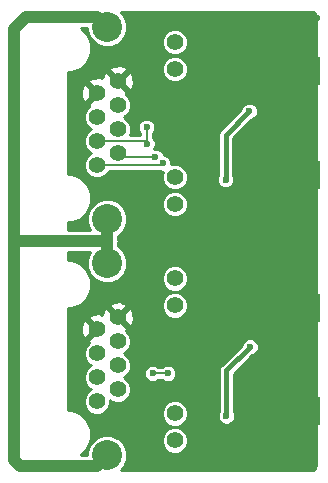
<source format=gbl>
G04 #@! TF.GenerationSoftware,KiCad,Pcbnew,6.0.0-rc1-unknown-106eaaa~84~ubuntu18.04.1*
G04 #@! TF.CreationDate,2018-12-01T20:38:30+00:00*
G04 #@! TF.ProjectId,interposer,696e7465-7270-46f7-9365-722e6b696361,rev?*
G04 #@! TF.SameCoordinates,Original*
G04 #@! TF.FileFunction,Copper,L2,Bot*
G04 #@! TF.FilePolarity,Positive*
%FSLAX46Y46*%
G04 Gerber Fmt 4.6, Leading zero omitted, Abs format (unit mm)*
G04 Created by KiCad (PCBNEW 6.0.0-rc1-unknown-106eaaa~84~ubuntu18.04.1) date Sat 01 Dec 2018 20:38:30 GMT*
%MOMM*%
%LPD*%
G01*
G04 APERTURE LIST*
G04 #@! TA.AperFunction,ComponentPad*
%ADD10C,1.400000*%
G04 #@! TD*
G04 #@! TA.AperFunction,ComponentPad*
%ADD11C,2.540000*%
G04 #@! TD*
G04 #@! TA.AperFunction,SMDPad,CuDef*
%ADD12R,5.000000X2.400000*%
G04 #@! TD*
G04 #@! TA.AperFunction,ViaPad*
%ADD13C,0.600000*%
G04 #@! TD*
G04 #@! TA.AperFunction,Conductor*
%ADD14C,0.400000*%
G04 #@! TD*
G04 #@! TA.AperFunction,Conductor*
%ADD15C,1.000000*%
G04 #@! TD*
G04 #@! TA.AperFunction,Conductor*
%ADD16C,0.200000*%
G04 #@! TD*
G04 #@! TA.AperFunction,Conductor*
%ADD17C,0.250000*%
G04 #@! TD*
G04 APERTURE END LIST*
D10*
G04 #@! TO.P,J102,8*
G04 #@! TO.N,GND*
X104318000Y-116444000D03*
G04 #@! TO.P,J102,6*
G04 #@! TO.N,/RX-*
X104318000Y-118476000D03*
G04 #@! TO.P,J102,4*
G04 #@! TO.N,+48V*
X104318000Y-120508000D03*
G04 #@! TO.P,J102,2*
G04 #@! TO.N,/TX-*
X104318000Y-122540000D03*
G04 #@! TO.P,J102,7*
G04 #@! TO.N,GND*
X102540000Y-117460000D03*
G04 #@! TO.P,J102,5*
G04 #@! TO.N,+48V*
X102540000Y-119492000D03*
G04 #@! TO.P,J102,3*
G04 #@! TO.N,/RX+*
X102540000Y-121524000D03*
G04 #@! TO.P,J102,1*
G04 #@! TO.N,/TX+*
X102540000Y-123556000D03*
G04 #@! TO.P,J102,12*
G04 #@! TO.N,Net-(J102-Pad12)*
X109144000Y-113142000D03*
G04 #@! TO.P,J102,9*
G04 #@! TO.N,Net-(J102-Pad9)*
X109144000Y-126858000D03*
G04 #@! TO.P,J102,11*
G04 #@! TO.N,Net-(J102-Pad11)*
X109144000Y-115428000D03*
G04 #@! TO.P,J102,10*
G04 #@! TO.N,Net-(J102-Pad10)*
X109144000Y-124572000D03*
D11*
G04 #@! TO.P,J102,S1*
G04 #@! TO.N,CHASSIS*
X103429000Y-111872000D03*
G04 #@! TO.P,J102,S2*
X103429000Y-128128000D03*
G04 #@! TD*
D12*
G04 #@! TO.P,P102,2*
G04 #@! TO.N,GND*
X119000000Y-95625000D03*
X119000000Y-104375000D03*
G04 #@! TD*
G04 #@! TO.P,P101,2*
G04 #@! TO.N,GND*
X119000000Y-115625000D03*
X119000000Y-124375000D03*
G04 #@! TD*
D10*
G04 #@! TO.P,J101,8*
G04 #@! TO.N,GND*
X104318000Y-96444000D03*
G04 #@! TO.P,J101,6*
G04 #@! TO.N,/RX-*
X104318000Y-98476000D03*
G04 #@! TO.P,J101,4*
G04 #@! TO.N,+48V*
X104318000Y-100508000D03*
G04 #@! TO.P,J101,2*
G04 #@! TO.N,/TX-*
X104318000Y-102540000D03*
G04 #@! TO.P,J101,7*
G04 #@! TO.N,GND*
X102540000Y-97460000D03*
G04 #@! TO.P,J101,5*
G04 #@! TO.N,+48V*
X102540000Y-99492000D03*
G04 #@! TO.P,J101,3*
G04 #@! TO.N,/RX+*
X102540000Y-101524000D03*
G04 #@! TO.P,J101,1*
G04 #@! TO.N,/TX+*
X102540000Y-103556000D03*
G04 #@! TO.P,J101,12*
G04 #@! TO.N,Net-(J101-Pad12)*
X109144000Y-93142000D03*
G04 #@! TO.P,J101,9*
G04 #@! TO.N,Net-(J101-Pad9)*
X109144000Y-106858000D03*
G04 #@! TO.P,J101,11*
G04 #@! TO.N,Net-(J101-Pad11)*
X109144000Y-95428000D03*
G04 #@! TO.P,J101,10*
G04 #@! TO.N,Net-(J101-Pad10)*
X109144000Y-104572000D03*
D11*
G04 #@! TO.P,J101,S1*
G04 #@! TO.N,CHASSIS*
X103429000Y-91872000D03*
G04 #@! TO.P,J101,S2*
X103429000Y-108128000D03*
G04 #@! TD*
D13*
G04 #@! TO.N,GND*
X112500000Y-124800000D03*
X115500000Y-121600000D03*
X119000000Y-125900000D03*
X119000000Y-114100000D03*
X119000000Y-105900000D03*
X115500000Y-101800000D03*
X112500000Y-104800000D03*
X116000000Y-92000000D03*
X121200000Y-91100000D03*
X110700000Y-91100000D03*
X119000000Y-94100000D03*
G04 #@! TO.N,5v*
X115500000Y-118950000D03*
X113500000Y-124800000D03*
X115450000Y-99000000D03*
X113450000Y-104800000D03*
G04 #@! TO.N,/TX+*
X108100000Y-103400000D03*
G04 #@! TO.N,/TX-*
X107500000Y-102900000D03*
X108550000Y-121200000D03*
X107250000Y-121200000D03*
G04 #@! TO.N,/RX+*
X106800000Y-101750000D03*
X106750000Y-100350000D03*
G04 #@! TD*
D14*
G04 #@! TO.N,5v*
X115500000Y-118950000D02*
X113500000Y-120950000D01*
X113500000Y-120950000D02*
X113500000Y-124800000D01*
X115450000Y-99000000D02*
X113450000Y-101000000D01*
X113450000Y-101000000D02*
X113450000Y-104800000D01*
D15*
G04 #@! TO.N,CHASSIS*
X103429000Y-128128000D02*
X102557000Y-129000000D01*
X102557000Y-129000000D02*
X96000000Y-129000000D01*
X96000000Y-129000000D02*
X95500000Y-128500000D01*
X95500000Y-92000000D02*
X96500000Y-91000000D01*
X102557000Y-91000000D02*
X103429000Y-91872000D01*
X96500000Y-91000000D02*
X102557000Y-91000000D01*
X103429000Y-110000000D02*
X95500000Y-110000000D01*
X95500000Y-110000000D02*
X95500000Y-92000000D01*
X95500000Y-128500000D02*
X95500000Y-110000000D01*
X103429000Y-110000000D02*
X103429000Y-111872000D01*
X103429000Y-108128000D02*
X103429000Y-110000000D01*
D16*
G04 #@! TO.N,/TX+*
X107944000Y-103556000D02*
X108100000Y-103400000D01*
X102540000Y-103556000D02*
X107944000Y-103556000D01*
G04 #@! TO.N,/TX-*
X104678000Y-102900000D02*
X104318000Y-102540000D01*
X107500000Y-102900000D02*
X104678000Y-102900000D01*
X107250000Y-121200000D02*
X108550000Y-121200000D01*
G04 #@! TO.N,/RX+*
X106574000Y-101524000D02*
X106800000Y-101750000D01*
X102540000Y-101524000D02*
X106574000Y-101524000D01*
X106750000Y-101700000D02*
X106800000Y-101750000D01*
X106676000Y-101524000D02*
X106750000Y-101450000D01*
X106574000Y-101524000D02*
X106676000Y-101524000D01*
X106750000Y-100350000D02*
X106750000Y-101450000D01*
X106750000Y-101450000D02*
X106750000Y-101700000D01*
G04 #@! TD*
D17*
G04 #@! TO.N,GND*
G36*
X121023538Y-90783144D02*
X121075000Y-91041860D01*
X121075001Y-128958135D01*
X121023538Y-129216856D01*
X120917870Y-129375000D01*
X104579092Y-129375000D01*
X104865952Y-129088140D01*
X105124000Y-128465156D01*
X105124000Y-127790844D01*
X104865952Y-127167860D01*
X104389140Y-126691048D01*
X104251955Y-126634224D01*
X108019000Y-126634224D01*
X108019000Y-127081776D01*
X108190271Y-127495261D01*
X108506739Y-127811729D01*
X108920224Y-127983000D01*
X109367776Y-127983000D01*
X109781261Y-127811729D01*
X110097729Y-127495261D01*
X110269000Y-127081776D01*
X110269000Y-126634224D01*
X110097729Y-126220739D01*
X109781261Y-125904271D01*
X109367776Y-125733000D01*
X108920224Y-125733000D01*
X108506739Y-125904271D01*
X108190271Y-126220739D01*
X108019000Y-126634224D01*
X104251955Y-126634224D01*
X103766156Y-126433000D01*
X103091844Y-126433000D01*
X102468860Y-126691048D01*
X101992048Y-127167860D01*
X101734000Y-127790844D01*
X101734000Y-128075000D01*
X101174987Y-128075000D01*
X101738415Y-127511572D01*
X102050600Y-126757890D01*
X102050600Y-125942110D01*
X101738415Y-125188428D01*
X101161572Y-124611585D01*
X100407890Y-124299400D01*
X100125000Y-124299400D01*
X100125000Y-119268224D01*
X101415000Y-119268224D01*
X101415000Y-119715776D01*
X101586271Y-120129261D01*
X101902739Y-120445729D01*
X102053075Y-120508000D01*
X101902739Y-120570271D01*
X101586271Y-120886739D01*
X101415000Y-121300224D01*
X101415000Y-121747776D01*
X101586271Y-122161261D01*
X101902739Y-122477729D01*
X102053075Y-122540000D01*
X101902739Y-122602271D01*
X101586271Y-122918739D01*
X101415000Y-123332224D01*
X101415000Y-123779776D01*
X101586271Y-124193261D01*
X101902739Y-124509729D01*
X102316224Y-124681000D01*
X102763776Y-124681000D01*
X103177261Y-124509729D01*
X103338766Y-124348224D01*
X108019000Y-124348224D01*
X108019000Y-124795776D01*
X108190271Y-125209261D01*
X108506739Y-125525729D01*
X108920224Y-125697000D01*
X109367776Y-125697000D01*
X109781261Y-125525729D01*
X110097729Y-125209261D01*
X110269000Y-124795776D01*
X110269000Y-124655788D01*
X112775000Y-124655788D01*
X112775000Y-124944212D01*
X112885374Y-125210680D01*
X113089320Y-125414626D01*
X113355788Y-125525000D01*
X113644212Y-125525000D01*
X113910680Y-125414626D01*
X114114626Y-125210680D01*
X114225000Y-124944212D01*
X114225000Y-124655788D01*
X114125000Y-124414365D01*
X114125000Y-121208882D01*
X115669257Y-119664626D01*
X115910680Y-119564626D01*
X116114626Y-119360680D01*
X116225000Y-119094212D01*
X116225000Y-118805788D01*
X116114626Y-118539320D01*
X115910680Y-118335374D01*
X115644212Y-118225000D01*
X115355788Y-118225000D01*
X115089320Y-118335374D01*
X114885374Y-118539320D01*
X114785374Y-118780743D01*
X113101590Y-120464528D01*
X113049400Y-120499400D01*
X112932069Y-120675000D01*
X112911263Y-120706138D01*
X112862756Y-120950000D01*
X112875000Y-121011555D01*
X112875001Y-124414363D01*
X112775000Y-124655788D01*
X110269000Y-124655788D01*
X110269000Y-124348224D01*
X110097729Y-123934739D01*
X109781261Y-123618271D01*
X109367776Y-123447000D01*
X108920224Y-123447000D01*
X108506739Y-123618271D01*
X108190271Y-123934739D01*
X108019000Y-124348224D01*
X103338766Y-124348224D01*
X103493729Y-124193261D01*
X103665000Y-123779776D01*
X103665000Y-123477990D01*
X103680739Y-123493729D01*
X104094224Y-123665000D01*
X104541776Y-123665000D01*
X104955261Y-123493729D01*
X105271729Y-123177261D01*
X105443000Y-122763776D01*
X105443000Y-122316224D01*
X105271729Y-121902739D01*
X104955261Y-121586271D01*
X104804925Y-121524000D01*
X104955261Y-121461729D01*
X105271729Y-121145261D01*
X105308789Y-121055788D01*
X106525000Y-121055788D01*
X106525000Y-121344212D01*
X106635374Y-121610680D01*
X106839320Y-121814626D01*
X107105788Y-121925000D01*
X107394212Y-121925000D01*
X107660680Y-121814626D01*
X107750306Y-121725000D01*
X108049694Y-121725000D01*
X108139320Y-121814626D01*
X108405788Y-121925000D01*
X108694212Y-121925000D01*
X108960680Y-121814626D01*
X109164626Y-121610680D01*
X109275000Y-121344212D01*
X109275000Y-121055788D01*
X109164626Y-120789320D01*
X108960680Y-120585374D01*
X108694212Y-120475000D01*
X108405788Y-120475000D01*
X108139320Y-120585374D01*
X108049694Y-120675000D01*
X107750306Y-120675000D01*
X107660680Y-120585374D01*
X107394212Y-120475000D01*
X107105788Y-120475000D01*
X106839320Y-120585374D01*
X106635374Y-120789320D01*
X106525000Y-121055788D01*
X105308789Y-121055788D01*
X105443000Y-120731776D01*
X105443000Y-120284224D01*
X105271729Y-119870739D01*
X104955261Y-119554271D01*
X104804925Y-119492000D01*
X104955261Y-119429729D01*
X105271729Y-119113261D01*
X105443000Y-118699776D01*
X105443000Y-118252224D01*
X105271729Y-117838739D01*
X105014108Y-117581118D01*
X105069761Y-117372538D01*
X104318000Y-116620777D01*
X104303858Y-116634919D01*
X104127081Y-116458142D01*
X104141223Y-116444000D01*
X104494777Y-116444000D01*
X105246538Y-117195761D01*
X105479733Y-117133540D01*
X105655177Y-116636476D01*
X105627048Y-116110109D01*
X105479733Y-115754460D01*
X105246538Y-115692239D01*
X104494777Y-116444000D01*
X104141223Y-116444000D01*
X103389462Y-115692239D01*
X103156267Y-115754460D01*
X102993705Y-116215027D01*
X102732476Y-116122823D01*
X102206109Y-116150952D01*
X101850460Y-116298267D01*
X101788239Y-116531462D01*
X102540000Y-117283223D01*
X102554142Y-117269081D01*
X102730919Y-117445858D01*
X102716777Y-117460000D01*
X102730919Y-117474142D01*
X102554142Y-117650919D01*
X102540000Y-117636777D01*
X101788239Y-118388538D01*
X101843892Y-118597118D01*
X101586271Y-118854739D01*
X101415000Y-119268224D01*
X100125000Y-119268224D01*
X100125000Y-117267524D01*
X101202823Y-117267524D01*
X101230952Y-117793891D01*
X101378267Y-118149540D01*
X101611462Y-118211761D01*
X102363223Y-117460000D01*
X101611462Y-116708239D01*
X101378267Y-116770460D01*
X101202823Y-117267524D01*
X100125000Y-117267524D01*
X100125000Y-115700600D01*
X100407890Y-115700600D01*
X100854853Y-115515462D01*
X103566239Y-115515462D01*
X104318000Y-116267223D01*
X105069761Y-115515462D01*
X105007540Y-115282267D01*
X104786431Y-115204224D01*
X108019000Y-115204224D01*
X108019000Y-115651776D01*
X108190271Y-116065261D01*
X108506739Y-116381729D01*
X108920224Y-116553000D01*
X109367776Y-116553000D01*
X109781261Y-116381729D01*
X110097729Y-116065261D01*
X110269000Y-115651776D01*
X110269000Y-115204224D01*
X110097729Y-114790739D01*
X109781261Y-114474271D01*
X109367776Y-114303000D01*
X108920224Y-114303000D01*
X108506739Y-114474271D01*
X108190271Y-114790739D01*
X108019000Y-115204224D01*
X104786431Y-115204224D01*
X104510476Y-115106823D01*
X103984109Y-115134952D01*
X103628460Y-115282267D01*
X103566239Y-115515462D01*
X100854853Y-115515462D01*
X101161572Y-115388415D01*
X101738415Y-114811572D01*
X102050600Y-114057890D01*
X102050600Y-113242110D01*
X101738415Y-112488428D01*
X101161572Y-111911585D01*
X100407890Y-111599400D01*
X100125000Y-111599400D01*
X100125000Y-110925000D01*
X101986605Y-110925000D01*
X101734000Y-111534844D01*
X101734000Y-112209156D01*
X101992048Y-112832140D01*
X102468860Y-113308952D01*
X103091844Y-113567000D01*
X103766156Y-113567000D01*
X104389140Y-113308952D01*
X104779868Y-112918224D01*
X108019000Y-112918224D01*
X108019000Y-113365776D01*
X108190271Y-113779261D01*
X108506739Y-114095729D01*
X108920224Y-114267000D01*
X109367776Y-114267000D01*
X109781261Y-114095729D01*
X110097729Y-113779261D01*
X110269000Y-113365776D01*
X110269000Y-112918224D01*
X110097729Y-112504739D01*
X109781261Y-112188271D01*
X109367776Y-112017000D01*
X108920224Y-112017000D01*
X108506739Y-112188271D01*
X108190271Y-112504739D01*
X108019000Y-112918224D01*
X104779868Y-112918224D01*
X104865952Y-112832140D01*
X105124000Y-112209156D01*
X105124000Y-111534844D01*
X104865952Y-110911860D01*
X104389140Y-110435048D01*
X104354000Y-110420493D01*
X104354000Y-110091100D01*
X104372121Y-110000000D01*
X104354000Y-109908900D01*
X104354000Y-109579507D01*
X104389140Y-109564952D01*
X104865952Y-109088140D01*
X105124000Y-108465156D01*
X105124000Y-107790844D01*
X104865952Y-107167860D01*
X104389140Y-106691048D01*
X104251955Y-106634224D01*
X108019000Y-106634224D01*
X108019000Y-107081776D01*
X108190271Y-107495261D01*
X108506739Y-107811729D01*
X108920224Y-107983000D01*
X109367776Y-107983000D01*
X109781261Y-107811729D01*
X110097729Y-107495261D01*
X110269000Y-107081776D01*
X110269000Y-106634224D01*
X110097729Y-106220739D01*
X109781261Y-105904271D01*
X109367776Y-105733000D01*
X108920224Y-105733000D01*
X108506739Y-105904271D01*
X108190271Y-106220739D01*
X108019000Y-106634224D01*
X104251955Y-106634224D01*
X103766156Y-106433000D01*
X103091844Y-106433000D01*
X102468860Y-106691048D01*
X101992048Y-107167860D01*
X101734000Y-107790844D01*
X101734000Y-108465156D01*
X101986605Y-109075000D01*
X100125000Y-109075000D01*
X100125000Y-108400600D01*
X100407890Y-108400600D01*
X101161572Y-108088415D01*
X101738415Y-107511572D01*
X102050600Y-106757890D01*
X102050600Y-105942110D01*
X101738415Y-105188428D01*
X101161572Y-104611585D01*
X100407890Y-104299400D01*
X100125000Y-104299400D01*
X100125000Y-99268224D01*
X101415000Y-99268224D01*
X101415000Y-99715776D01*
X101586271Y-100129261D01*
X101902739Y-100445729D01*
X102053075Y-100508000D01*
X101902739Y-100570271D01*
X101586271Y-100886739D01*
X101415000Y-101300224D01*
X101415000Y-101747776D01*
X101586271Y-102161261D01*
X101902739Y-102477729D01*
X102053075Y-102540000D01*
X101902739Y-102602271D01*
X101586271Y-102918739D01*
X101415000Y-103332224D01*
X101415000Y-103779776D01*
X101586271Y-104193261D01*
X101902739Y-104509729D01*
X102316224Y-104681000D01*
X102763776Y-104681000D01*
X103177261Y-104509729D01*
X103493729Y-104193261D01*
X103540229Y-104081000D01*
X107849562Y-104081000D01*
X107955788Y-104125000D01*
X108111462Y-104125000D01*
X108019000Y-104348224D01*
X108019000Y-104795776D01*
X108190271Y-105209261D01*
X108506739Y-105525729D01*
X108920224Y-105697000D01*
X109367776Y-105697000D01*
X109781261Y-105525729D01*
X110097729Y-105209261D01*
X110269000Y-104795776D01*
X110269000Y-104655788D01*
X112725000Y-104655788D01*
X112725000Y-104944212D01*
X112835374Y-105210680D01*
X113039320Y-105414626D01*
X113305788Y-105525000D01*
X113594212Y-105525000D01*
X113860680Y-105414626D01*
X114064626Y-105210680D01*
X114175000Y-104944212D01*
X114175000Y-104655788D01*
X114075000Y-104414365D01*
X114075000Y-101258882D01*
X115619257Y-99714626D01*
X115860680Y-99614626D01*
X116064626Y-99410680D01*
X116175000Y-99144212D01*
X116175000Y-98855788D01*
X116064626Y-98589320D01*
X115860680Y-98385374D01*
X115594212Y-98275000D01*
X115305788Y-98275000D01*
X115039320Y-98385374D01*
X114835374Y-98589320D01*
X114735374Y-98830743D01*
X113051590Y-100514528D01*
X112999400Y-100549400D01*
X112877541Y-100731776D01*
X112861263Y-100756138D01*
X112812756Y-101000000D01*
X112825000Y-101061555D01*
X112825001Y-104414363D01*
X112725000Y-104655788D01*
X110269000Y-104655788D01*
X110269000Y-104348224D01*
X110097729Y-103934739D01*
X109781261Y-103618271D01*
X109367776Y-103447000D01*
X108920224Y-103447000D01*
X108825000Y-103486443D01*
X108825000Y-103255788D01*
X108714626Y-102989320D01*
X108510680Y-102785374D01*
X108244212Y-102675000D01*
X108191537Y-102675000D01*
X108114626Y-102489320D01*
X107910680Y-102285374D01*
X107644212Y-102175000D01*
X107400306Y-102175000D01*
X107414626Y-102160680D01*
X107525000Y-101894212D01*
X107525000Y-101605788D01*
X107414626Y-101339320D01*
X107275000Y-101199694D01*
X107275000Y-100850306D01*
X107364626Y-100760680D01*
X107475000Y-100494212D01*
X107475000Y-100205788D01*
X107364626Y-99939320D01*
X107160680Y-99735374D01*
X106894212Y-99625000D01*
X106605788Y-99625000D01*
X106339320Y-99735374D01*
X106135374Y-99939320D01*
X106025000Y-100205788D01*
X106025000Y-100494212D01*
X106135374Y-100760680D01*
X106225000Y-100850306D01*
X106225001Y-100999000D01*
X105332312Y-100999000D01*
X105443000Y-100731776D01*
X105443000Y-100284224D01*
X105271729Y-99870739D01*
X104955261Y-99554271D01*
X104804925Y-99492000D01*
X104955261Y-99429729D01*
X105271729Y-99113261D01*
X105443000Y-98699776D01*
X105443000Y-98252224D01*
X105271729Y-97838739D01*
X105014108Y-97581118D01*
X105069761Y-97372538D01*
X104318000Y-96620777D01*
X104303858Y-96634919D01*
X104127081Y-96458142D01*
X104141223Y-96444000D01*
X104494777Y-96444000D01*
X105246538Y-97195761D01*
X105479733Y-97133540D01*
X105655177Y-96636476D01*
X105627048Y-96110109D01*
X105479733Y-95754460D01*
X105246538Y-95692239D01*
X104494777Y-96444000D01*
X104141223Y-96444000D01*
X103389462Y-95692239D01*
X103156267Y-95754460D01*
X102993705Y-96215027D01*
X102732476Y-96122823D01*
X102206109Y-96150952D01*
X101850460Y-96298267D01*
X101788239Y-96531462D01*
X102540000Y-97283223D01*
X102554142Y-97269081D01*
X102730919Y-97445858D01*
X102716777Y-97460000D01*
X102730919Y-97474142D01*
X102554142Y-97650919D01*
X102540000Y-97636777D01*
X101788239Y-98388538D01*
X101843892Y-98597118D01*
X101586271Y-98854739D01*
X101415000Y-99268224D01*
X100125000Y-99268224D01*
X100125000Y-97267524D01*
X101202823Y-97267524D01*
X101230952Y-97793891D01*
X101378267Y-98149540D01*
X101611462Y-98211761D01*
X102363223Y-97460000D01*
X101611462Y-96708239D01*
X101378267Y-96770460D01*
X101202823Y-97267524D01*
X100125000Y-97267524D01*
X100125000Y-95700600D01*
X100407890Y-95700600D01*
X100854853Y-95515462D01*
X103566239Y-95515462D01*
X104318000Y-96267223D01*
X105069761Y-95515462D01*
X105007540Y-95282267D01*
X104786431Y-95204224D01*
X108019000Y-95204224D01*
X108019000Y-95651776D01*
X108190271Y-96065261D01*
X108506739Y-96381729D01*
X108920224Y-96553000D01*
X109367776Y-96553000D01*
X109781261Y-96381729D01*
X110097729Y-96065261D01*
X110269000Y-95651776D01*
X110269000Y-95204224D01*
X110097729Y-94790739D01*
X109781261Y-94474271D01*
X109367776Y-94303000D01*
X108920224Y-94303000D01*
X108506739Y-94474271D01*
X108190271Y-94790739D01*
X108019000Y-95204224D01*
X104786431Y-95204224D01*
X104510476Y-95106823D01*
X103984109Y-95134952D01*
X103628460Y-95282267D01*
X103566239Y-95515462D01*
X100854853Y-95515462D01*
X101161572Y-95388415D01*
X101738415Y-94811572D01*
X102050600Y-94057890D01*
X102050600Y-93242110D01*
X101738415Y-92488428D01*
X101174987Y-91925000D01*
X101734000Y-91925000D01*
X101734000Y-92209156D01*
X101992048Y-92832140D01*
X102468860Y-93308952D01*
X103091844Y-93567000D01*
X103766156Y-93567000D01*
X104389140Y-93308952D01*
X104779868Y-92918224D01*
X108019000Y-92918224D01*
X108019000Y-93365776D01*
X108190271Y-93779261D01*
X108506739Y-94095729D01*
X108920224Y-94267000D01*
X109367776Y-94267000D01*
X109781261Y-94095729D01*
X110097729Y-93779261D01*
X110269000Y-93365776D01*
X110269000Y-92918224D01*
X110097729Y-92504739D01*
X109781261Y-92188271D01*
X109367776Y-92017000D01*
X108920224Y-92017000D01*
X108506739Y-92188271D01*
X108190271Y-92504739D01*
X108019000Y-92918224D01*
X104779868Y-92918224D01*
X104865952Y-92832140D01*
X105124000Y-92209156D01*
X105124000Y-91534844D01*
X104865952Y-90911860D01*
X104579092Y-90625000D01*
X120917870Y-90625000D01*
X121023538Y-90783144D01*
X121023538Y-90783144D01*
G37*
X121023538Y-90783144D02*
X121075000Y-91041860D01*
X121075001Y-128958135D01*
X121023538Y-129216856D01*
X120917870Y-129375000D01*
X104579092Y-129375000D01*
X104865952Y-129088140D01*
X105124000Y-128465156D01*
X105124000Y-127790844D01*
X104865952Y-127167860D01*
X104389140Y-126691048D01*
X104251955Y-126634224D01*
X108019000Y-126634224D01*
X108019000Y-127081776D01*
X108190271Y-127495261D01*
X108506739Y-127811729D01*
X108920224Y-127983000D01*
X109367776Y-127983000D01*
X109781261Y-127811729D01*
X110097729Y-127495261D01*
X110269000Y-127081776D01*
X110269000Y-126634224D01*
X110097729Y-126220739D01*
X109781261Y-125904271D01*
X109367776Y-125733000D01*
X108920224Y-125733000D01*
X108506739Y-125904271D01*
X108190271Y-126220739D01*
X108019000Y-126634224D01*
X104251955Y-126634224D01*
X103766156Y-126433000D01*
X103091844Y-126433000D01*
X102468860Y-126691048D01*
X101992048Y-127167860D01*
X101734000Y-127790844D01*
X101734000Y-128075000D01*
X101174987Y-128075000D01*
X101738415Y-127511572D01*
X102050600Y-126757890D01*
X102050600Y-125942110D01*
X101738415Y-125188428D01*
X101161572Y-124611585D01*
X100407890Y-124299400D01*
X100125000Y-124299400D01*
X100125000Y-119268224D01*
X101415000Y-119268224D01*
X101415000Y-119715776D01*
X101586271Y-120129261D01*
X101902739Y-120445729D01*
X102053075Y-120508000D01*
X101902739Y-120570271D01*
X101586271Y-120886739D01*
X101415000Y-121300224D01*
X101415000Y-121747776D01*
X101586271Y-122161261D01*
X101902739Y-122477729D01*
X102053075Y-122540000D01*
X101902739Y-122602271D01*
X101586271Y-122918739D01*
X101415000Y-123332224D01*
X101415000Y-123779776D01*
X101586271Y-124193261D01*
X101902739Y-124509729D01*
X102316224Y-124681000D01*
X102763776Y-124681000D01*
X103177261Y-124509729D01*
X103338766Y-124348224D01*
X108019000Y-124348224D01*
X108019000Y-124795776D01*
X108190271Y-125209261D01*
X108506739Y-125525729D01*
X108920224Y-125697000D01*
X109367776Y-125697000D01*
X109781261Y-125525729D01*
X110097729Y-125209261D01*
X110269000Y-124795776D01*
X110269000Y-124655788D01*
X112775000Y-124655788D01*
X112775000Y-124944212D01*
X112885374Y-125210680D01*
X113089320Y-125414626D01*
X113355788Y-125525000D01*
X113644212Y-125525000D01*
X113910680Y-125414626D01*
X114114626Y-125210680D01*
X114225000Y-124944212D01*
X114225000Y-124655788D01*
X114125000Y-124414365D01*
X114125000Y-121208882D01*
X115669257Y-119664626D01*
X115910680Y-119564626D01*
X116114626Y-119360680D01*
X116225000Y-119094212D01*
X116225000Y-118805788D01*
X116114626Y-118539320D01*
X115910680Y-118335374D01*
X115644212Y-118225000D01*
X115355788Y-118225000D01*
X115089320Y-118335374D01*
X114885374Y-118539320D01*
X114785374Y-118780743D01*
X113101590Y-120464528D01*
X113049400Y-120499400D01*
X112932069Y-120675000D01*
X112911263Y-120706138D01*
X112862756Y-120950000D01*
X112875000Y-121011555D01*
X112875001Y-124414363D01*
X112775000Y-124655788D01*
X110269000Y-124655788D01*
X110269000Y-124348224D01*
X110097729Y-123934739D01*
X109781261Y-123618271D01*
X109367776Y-123447000D01*
X108920224Y-123447000D01*
X108506739Y-123618271D01*
X108190271Y-123934739D01*
X108019000Y-124348224D01*
X103338766Y-124348224D01*
X103493729Y-124193261D01*
X103665000Y-123779776D01*
X103665000Y-123477990D01*
X103680739Y-123493729D01*
X104094224Y-123665000D01*
X104541776Y-123665000D01*
X104955261Y-123493729D01*
X105271729Y-123177261D01*
X105443000Y-122763776D01*
X105443000Y-122316224D01*
X105271729Y-121902739D01*
X104955261Y-121586271D01*
X104804925Y-121524000D01*
X104955261Y-121461729D01*
X105271729Y-121145261D01*
X105308789Y-121055788D01*
X106525000Y-121055788D01*
X106525000Y-121344212D01*
X106635374Y-121610680D01*
X106839320Y-121814626D01*
X107105788Y-121925000D01*
X107394212Y-121925000D01*
X107660680Y-121814626D01*
X107750306Y-121725000D01*
X108049694Y-121725000D01*
X108139320Y-121814626D01*
X108405788Y-121925000D01*
X108694212Y-121925000D01*
X108960680Y-121814626D01*
X109164626Y-121610680D01*
X109275000Y-121344212D01*
X109275000Y-121055788D01*
X109164626Y-120789320D01*
X108960680Y-120585374D01*
X108694212Y-120475000D01*
X108405788Y-120475000D01*
X108139320Y-120585374D01*
X108049694Y-120675000D01*
X107750306Y-120675000D01*
X107660680Y-120585374D01*
X107394212Y-120475000D01*
X107105788Y-120475000D01*
X106839320Y-120585374D01*
X106635374Y-120789320D01*
X106525000Y-121055788D01*
X105308789Y-121055788D01*
X105443000Y-120731776D01*
X105443000Y-120284224D01*
X105271729Y-119870739D01*
X104955261Y-119554271D01*
X104804925Y-119492000D01*
X104955261Y-119429729D01*
X105271729Y-119113261D01*
X105443000Y-118699776D01*
X105443000Y-118252224D01*
X105271729Y-117838739D01*
X105014108Y-117581118D01*
X105069761Y-117372538D01*
X104318000Y-116620777D01*
X104303858Y-116634919D01*
X104127081Y-116458142D01*
X104141223Y-116444000D01*
X104494777Y-116444000D01*
X105246538Y-117195761D01*
X105479733Y-117133540D01*
X105655177Y-116636476D01*
X105627048Y-116110109D01*
X105479733Y-115754460D01*
X105246538Y-115692239D01*
X104494777Y-116444000D01*
X104141223Y-116444000D01*
X103389462Y-115692239D01*
X103156267Y-115754460D01*
X102993705Y-116215027D01*
X102732476Y-116122823D01*
X102206109Y-116150952D01*
X101850460Y-116298267D01*
X101788239Y-116531462D01*
X102540000Y-117283223D01*
X102554142Y-117269081D01*
X102730919Y-117445858D01*
X102716777Y-117460000D01*
X102730919Y-117474142D01*
X102554142Y-117650919D01*
X102540000Y-117636777D01*
X101788239Y-118388538D01*
X101843892Y-118597118D01*
X101586271Y-118854739D01*
X101415000Y-119268224D01*
X100125000Y-119268224D01*
X100125000Y-117267524D01*
X101202823Y-117267524D01*
X101230952Y-117793891D01*
X101378267Y-118149540D01*
X101611462Y-118211761D01*
X102363223Y-117460000D01*
X101611462Y-116708239D01*
X101378267Y-116770460D01*
X101202823Y-117267524D01*
X100125000Y-117267524D01*
X100125000Y-115700600D01*
X100407890Y-115700600D01*
X100854853Y-115515462D01*
X103566239Y-115515462D01*
X104318000Y-116267223D01*
X105069761Y-115515462D01*
X105007540Y-115282267D01*
X104786431Y-115204224D01*
X108019000Y-115204224D01*
X108019000Y-115651776D01*
X108190271Y-116065261D01*
X108506739Y-116381729D01*
X108920224Y-116553000D01*
X109367776Y-116553000D01*
X109781261Y-116381729D01*
X110097729Y-116065261D01*
X110269000Y-115651776D01*
X110269000Y-115204224D01*
X110097729Y-114790739D01*
X109781261Y-114474271D01*
X109367776Y-114303000D01*
X108920224Y-114303000D01*
X108506739Y-114474271D01*
X108190271Y-114790739D01*
X108019000Y-115204224D01*
X104786431Y-115204224D01*
X104510476Y-115106823D01*
X103984109Y-115134952D01*
X103628460Y-115282267D01*
X103566239Y-115515462D01*
X100854853Y-115515462D01*
X101161572Y-115388415D01*
X101738415Y-114811572D01*
X102050600Y-114057890D01*
X102050600Y-113242110D01*
X101738415Y-112488428D01*
X101161572Y-111911585D01*
X100407890Y-111599400D01*
X100125000Y-111599400D01*
X100125000Y-110925000D01*
X101986605Y-110925000D01*
X101734000Y-111534844D01*
X101734000Y-112209156D01*
X101992048Y-112832140D01*
X102468860Y-113308952D01*
X103091844Y-113567000D01*
X103766156Y-113567000D01*
X104389140Y-113308952D01*
X104779868Y-112918224D01*
X108019000Y-112918224D01*
X108019000Y-113365776D01*
X108190271Y-113779261D01*
X108506739Y-114095729D01*
X108920224Y-114267000D01*
X109367776Y-114267000D01*
X109781261Y-114095729D01*
X110097729Y-113779261D01*
X110269000Y-113365776D01*
X110269000Y-112918224D01*
X110097729Y-112504739D01*
X109781261Y-112188271D01*
X109367776Y-112017000D01*
X108920224Y-112017000D01*
X108506739Y-112188271D01*
X108190271Y-112504739D01*
X108019000Y-112918224D01*
X104779868Y-112918224D01*
X104865952Y-112832140D01*
X105124000Y-112209156D01*
X105124000Y-111534844D01*
X104865952Y-110911860D01*
X104389140Y-110435048D01*
X104354000Y-110420493D01*
X104354000Y-110091100D01*
X104372121Y-110000000D01*
X104354000Y-109908900D01*
X104354000Y-109579507D01*
X104389140Y-109564952D01*
X104865952Y-109088140D01*
X105124000Y-108465156D01*
X105124000Y-107790844D01*
X104865952Y-107167860D01*
X104389140Y-106691048D01*
X104251955Y-106634224D01*
X108019000Y-106634224D01*
X108019000Y-107081776D01*
X108190271Y-107495261D01*
X108506739Y-107811729D01*
X108920224Y-107983000D01*
X109367776Y-107983000D01*
X109781261Y-107811729D01*
X110097729Y-107495261D01*
X110269000Y-107081776D01*
X110269000Y-106634224D01*
X110097729Y-106220739D01*
X109781261Y-105904271D01*
X109367776Y-105733000D01*
X108920224Y-105733000D01*
X108506739Y-105904271D01*
X108190271Y-106220739D01*
X108019000Y-106634224D01*
X104251955Y-106634224D01*
X103766156Y-106433000D01*
X103091844Y-106433000D01*
X102468860Y-106691048D01*
X101992048Y-107167860D01*
X101734000Y-107790844D01*
X101734000Y-108465156D01*
X101986605Y-109075000D01*
X100125000Y-109075000D01*
X100125000Y-108400600D01*
X100407890Y-108400600D01*
X101161572Y-108088415D01*
X101738415Y-107511572D01*
X102050600Y-106757890D01*
X102050600Y-105942110D01*
X101738415Y-105188428D01*
X101161572Y-104611585D01*
X100407890Y-104299400D01*
X100125000Y-104299400D01*
X100125000Y-99268224D01*
X101415000Y-99268224D01*
X101415000Y-99715776D01*
X101586271Y-100129261D01*
X101902739Y-100445729D01*
X102053075Y-100508000D01*
X101902739Y-100570271D01*
X101586271Y-100886739D01*
X101415000Y-101300224D01*
X101415000Y-101747776D01*
X101586271Y-102161261D01*
X101902739Y-102477729D01*
X102053075Y-102540000D01*
X101902739Y-102602271D01*
X101586271Y-102918739D01*
X101415000Y-103332224D01*
X101415000Y-103779776D01*
X101586271Y-104193261D01*
X101902739Y-104509729D01*
X102316224Y-104681000D01*
X102763776Y-104681000D01*
X103177261Y-104509729D01*
X103493729Y-104193261D01*
X103540229Y-104081000D01*
X107849562Y-104081000D01*
X107955788Y-104125000D01*
X108111462Y-104125000D01*
X108019000Y-104348224D01*
X108019000Y-104795776D01*
X108190271Y-105209261D01*
X108506739Y-105525729D01*
X108920224Y-105697000D01*
X109367776Y-105697000D01*
X109781261Y-105525729D01*
X110097729Y-105209261D01*
X110269000Y-104795776D01*
X110269000Y-104655788D01*
X112725000Y-104655788D01*
X112725000Y-104944212D01*
X112835374Y-105210680D01*
X113039320Y-105414626D01*
X113305788Y-105525000D01*
X113594212Y-105525000D01*
X113860680Y-105414626D01*
X114064626Y-105210680D01*
X114175000Y-104944212D01*
X114175000Y-104655788D01*
X114075000Y-104414365D01*
X114075000Y-101258882D01*
X115619257Y-99714626D01*
X115860680Y-99614626D01*
X116064626Y-99410680D01*
X116175000Y-99144212D01*
X116175000Y-98855788D01*
X116064626Y-98589320D01*
X115860680Y-98385374D01*
X115594212Y-98275000D01*
X115305788Y-98275000D01*
X115039320Y-98385374D01*
X114835374Y-98589320D01*
X114735374Y-98830743D01*
X113051590Y-100514528D01*
X112999400Y-100549400D01*
X112877541Y-100731776D01*
X112861263Y-100756138D01*
X112812756Y-101000000D01*
X112825000Y-101061555D01*
X112825001Y-104414363D01*
X112725000Y-104655788D01*
X110269000Y-104655788D01*
X110269000Y-104348224D01*
X110097729Y-103934739D01*
X109781261Y-103618271D01*
X109367776Y-103447000D01*
X108920224Y-103447000D01*
X108825000Y-103486443D01*
X108825000Y-103255788D01*
X108714626Y-102989320D01*
X108510680Y-102785374D01*
X108244212Y-102675000D01*
X108191537Y-102675000D01*
X108114626Y-102489320D01*
X107910680Y-102285374D01*
X107644212Y-102175000D01*
X107400306Y-102175000D01*
X107414626Y-102160680D01*
X107525000Y-101894212D01*
X107525000Y-101605788D01*
X107414626Y-101339320D01*
X107275000Y-101199694D01*
X107275000Y-100850306D01*
X107364626Y-100760680D01*
X107475000Y-100494212D01*
X107475000Y-100205788D01*
X107364626Y-99939320D01*
X107160680Y-99735374D01*
X106894212Y-99625000D01*
X106605788Y-99625000D01*
X106339320Y-99735374D01*
X106135374Y-99939320D01*
X106025000Y-100205788D01*
X106025000Y-100494212D01*
X106135374Y-100760680D01*
X106225000Y-100850306D01*
X106225001Y-100999000D01*
X105332312Y-100999000D01*
X105443000Y-100731776D01*
X105443000Y-100284224D01*
X105271729Y-99870739D01*
X104955261Y-99554271D01*
X104804925Y-99492000D01*
X104955261Y-99429729D01*
X105271729Y-99113261D01*
X105443000Y-98699776D01*
X105443000Y-98252224D01*
X105271729Y-97838739D01*
X105014108Y-97581118D01*
X105069761Y-97372538D01*
X104318000Y-96620777D01*
X104303858Y-96634919D01*
X104127081Y-96458142D01*
X104141223Y-96444000D01*
X104494777Y-96444000D01*
X105246538Y-97195761D01*
X105479733Y-97133540D01*
X105655177Y-96636476D01*
X105627048Y-96110109D01*
X105479733Y-95754460D01*
X105246538Y-95692239D01*
X104494777Y-96444000D01*
X104141223Y-96444000D01*
X103389462Y-95692239D01*
X103156267Y-95754460D01*
X102993705Y-96215027D01*
X102732476Y-96122823D01*
X102206109Y-96150952D01*
X101850460Y-96298267D01*
X101788239Y-96531462D01*
X102540000Y-97283223D01*
X102554142Y-97269081D01*
X102730919Y-97445858D01*
X102716777Y-97460000D01*
X102730919Y-97474142D01*
X102554142Y-97650919D01*
X102540000Y-97636777D01*
X101788239Y-98388538D01*
X101843892Y-98597118D01*
X101586271Y-98854739D01*
X101415000Y-99268224D01*
X100125000Y-99268224D01*
X100125000Y-97267524D01*
X101202823Y-97267524D01*
X101230952Y-97793891D01*
X101378267Y-98149540D01*
X101611462Y-98211761D01*
X102363223Y-97460000D01*
X101611462Y-96708239D01*
X101378267Y-96770460D01*
X101202823Y-97267524D01*
X100125000Y-97267524D01*
X100125000Y-95700600D01*
X100407890Y-95700600D01*
X100854853Y-95515462D01*
X103566239Y-95515462D01*
X104318000Y-96267223D01*
X105069761Y-95515462D01*
X105007540Y-95282267D01*
X104786431Y-95204224D01*
X108019000Y-95204224D01*
X108019000Y-95651776D01*
X108190271Y-96065261D01*
X108506739Y-96381729D01*
X108920224Y-96553000D01*
X109367776Y-96553000D01*
X109781261Y-96381729D01*
X110097729Y-96065261D01*
X110269000Y-95651776D01*
X110269000Y-95204224D01*
X110097729Y-94790739D01*
X109781261Y-94474271D01*
X109367776Y-94303000D01*
X108920224Y-94303000D01*
X108506739Y-94474271D01*
X108190271Y-94790739D01*
X108019000Y-95204224D01*
X104786431Y-95204224D01*
X104510476Y-95106823D01*
X103984109Y-95134952D01*
X103628460Y-95282267D01*
X103566239Y-95515462D01*
X100854853Y-95515462D01*
X101161572Y-95388415D01*
X101738415Y-94811572D01*
X102050600Y-94057890D01*
X102050600Y-93242110D01*
X101738415Y-92488428D01*
X101174987Y-91925000D01*
X101734000Y-91925000D01*
X101734000Y-92209156D01*
X101992048Y-92832140D01*
X102468860Y-93308952D01*
X103091844Y-93567000D01*
X103766156Y-93567000D01*
X104389140Y-93308952D01*
X104779868Y-92918224D01*
X108019000Y-92918224D01*
X108019000Y-93365776D01*
X108190271Y-93779261D01*
X108506739Y-94095729D01*
X108920224Y-94267000D01*
X109367776Y-94267000D01*
X109781261Y-94095729D01*
X110097729Y-93779261D01*
X110269000Y-93365776D01*
X110269000Y-92918224D01*
X110097729Y-92504739D01*
X109781261Y-92188271D01*
X109367776Y-92017000D01*
X108920224Y-92017000D01*
X108506739Y-92188271D01*
X108190271Y-92504739D01*
X108019000Y-92918224D01*
X104779868Y-92918224D01*
X104865952Y-92832140D01*
X105124000Y-92209156D01*
X105124000Y-91534844D01*
X104865952Y-90911860D01*
X104579092Y-90625000D01*
X120917870Y-90625000D01*
X121023538Y-90783144D01*
G04 #@! TD*
M02*

</source>
